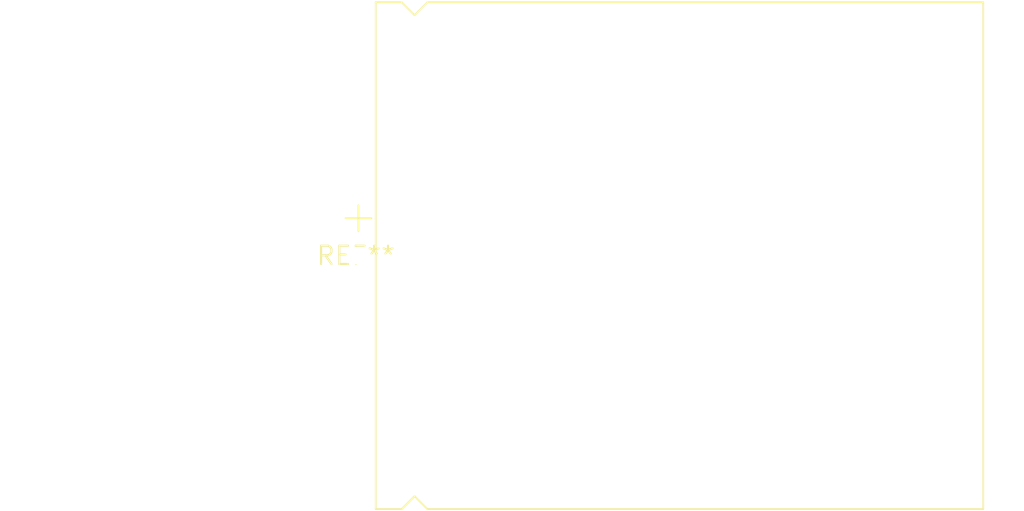
<source format=kicad_pcb>
(kicad_pcb (version 20240108) (generator pcbnew)
  (layers (0 "F.Cu" signal) (31 "B.Cu" signal) (34 "B.Paste" user) (35 "F.Paste" user) (36 "B.SilkS" user "B.Silkscreen") (37 "F.SilkS" user "F.Silkscreen") (38 "B.Mask" user) (39 "F.Mask" user) (44 "Edge.Cuts" user))
  (net 0 "")
  (footprint "CP_Axial_L42.0mm_D35.0mm_P45.00mm_Horizontal" (layer "F.Cu") (at 0 0)
    (property "Reference" "REF**")
    (property "Value" "CP_Axial_L42.0mm_D35.0mm_P45.00mm_Horizontal")
    (fp_line (start -0.72 -2.6) (end 1.08 -2.6) (layer "F.SilkS") (stroke (width 0.12)))
    (fp_line (start 0.18 -3.5) (end 0.18 -1.7) (layer "F.SilkS") (stroke (width 0.12)))
    (fp_line (start 1.38 -17.62) (end 1.38 17.62) (layer "F.SilkS") (stroke (width 0.12)))
    (fp_line (start 1.38 -17.62) (end 3.18 -17.62) (layer "F.SilkS") (stroke (width 0.12)))
    (fp_line (start 1.38 17.62) (end 3.18 17.62) (layer "F.SilkS") (stroke (width 0.12)))
    (fp_line (start 3.18 -17.62) (end 4.08 -16.72) (layer "F.SilkS") (stroke (width 0.12)))
    (fp_line (start 3.18 17.62) (end 4.08 16.72) (layer "F.SilkS") (stroke (width 0.12)))
    (fp_line (start 4.08 -16.72) (end 4.98 -17.62) (layer "F.SilkS") (stroke (width 0.12)))
    (fp_line (start 4.08 16.72) (end 4.98 17.62) (layer "F.SilkS") (stroke (width 0.12)))
    (fp_line (start 4.98 -17.62) (end 43.62 -17.62) (layer "F.SilkS") (stroke (width 0.12)))
    (fp_line (start 4.98 17.62) (end 43.62 17.62) (layer "F.SilkS") (stroke (width 0.12)))
    (fp_line (start 43.62 -17.62) (end 43.62 17.62) (layer "F.SilkS") (stroke (width 0.12)))
    (pad "1" thru_hole rect (at 0 0) (size 2.4 2.4) (drill 1.2) (layers *.Cu *.Mask) (remove_unused_layers))
    (pad "2" thru_hole oval (at 45 0) (size 2.4 2.4) (drill 1.2) (layers *.Cu *.Mask) (remove_unused_layers))
  )
)
</source>
